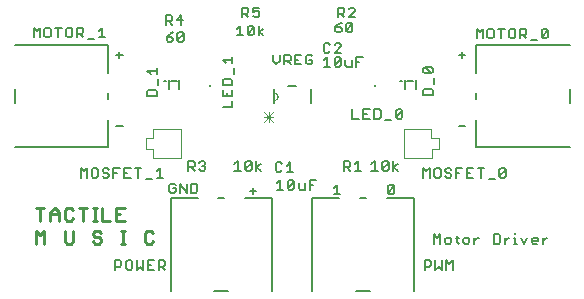
<source format=gto>
G75*
%MOIN*%
%OFA0B0*%
%FSLAX25Y25*%
%IPPOS*%
%LPD*%
%AMOC8*
5,1,8,0,0,1.08239X$1,22.5*
%
%ADD10C,0.00800*%
%ADD11C,0.01000*%
%ADD12R,0.00787X0.00787*%
%ADD13C,0.00500*%
%ADD14C,0.00197*%
%ADD15C,0.00600*%
%ADD16C,0.00000*%
%ADD17C,0.00300*%
D10*
X0035271Y0008893D02*
X0035271Y0012033D01*
X0036841Y0012033D01*
X0037364Y0011509D01*
X0037364Y0010463D01*
X0036841Y0009939D01*
X0035271Y0009939D01*
X0038896Y0009416D02*
X0039419Y0008893D01*
X0040466Y0008893D01*
X0040989Y0009416D01*
X0040989Y0011509D01*
X0040466Y0012033D01*
X0039419Y0012033D01*
X0038896Y0011509D01*
X0038896Y0009416D01*
X0042521Y0008893D02*
X0043568Y0009939D01*
X0044614Y0008893D01*
X0044614Y0012033D01*
X0046146Y0012033D02*
X0046146Y0008893D01*
X0048239Y0008893D01*
X0049771Y0008893D02*
X0049771Y0012033D01*
X0051341Y0012033D01*
X0051865Y0011509D01*
X0051865Y0010463D01*
X0051341Y0009939D01*
X0049771Y0009939D01*
X0050818Y0009939D02*
X0051865Y0008893D01*
X0047193Y0010463D02*
X0046146Y0010463D01*
X0046146Y0012033D02*
X0048239Y0012033D01*
X0042521Y0012033D02*
X0042521Y0008893D01*
X0053904Y0034483D02*
X0054951Y0034483D01*
X0055474Y0035007D01*
X0055474Y0036053D01*
X0054428Y0036053D01*
X0055474Y0037100D02*
X0054951Y0037623D01*
X0053904Y0037623D01*
X0053381Y0037100D01*
X0053381Y0035007D01*
X0053904Y0034483D01*
X0057006Y0034483D02*
X0057006Y0037623D01*
X0059099Y0034483D01*
X0059099Y0037623D01*
X0060631Y0037623D02*
X0062201Y0037623D01*
X0062724Y0037100D01*
X0062724Y0035007D01*
X0062201Y0034483D01*
X0060631Y0034483D01*
X0060631Y0037623D01*
X0059680Y0041964D02*
X0059680Y0045103D01*
X0061250Y0045103D01*
X0061773Y0044580D01*
X0061773Y0043534D01*
X0061250Y0043010D01*
X0059680Y0043010D01*
X0060727Y0043010D02*
X0061773Y0041964D01*
X0063305Y0042487D02*
X0063829Y0041964D01*
X0064875Y0041964D01*
X0065399Y0042487D01*
X0065399Y0043010D01*
X0064875Y0043534D01*
X0064352Y0043534D01*
X0064875Y0043534D02*
X0065399Y0044057D01*
X0065399Y0044580D01*
X0064875Y0045103D01*
X0063829Y0045103D01*
X0063305Y0044580D01*
X0075035Y0044057D02*
X0076081Y0045103D01*
X0076081Y0041964D01*
X0075035Y0041964D02*
X0077128Y0041964D01*
X0078660Y0042487D02*
X0080753Y0044580D01*
X0080753Y0042487D01*
X0080230Y0041964D01*
X0079183Y0041964D01*
X0078660Y0042487D01*
X0078660Y0044580D01*
X0079183Y0045103D01*
X0080230Y0045103D01*
X0080753Y0044580D01*
X0082285Y0045103D02*
X0082285Y0041964D01*
X0082285Y0043010D02*
X0083855Y0044057D01*
X0082285Y0043010D02*
X0083855Y0041964D01*
X0088814Y0042093D02*
X0089337Y0041570D01*
X0090384Y0041570D01*
X0090907Y0042093D01*
X0092439Y0041570D02*
X0094532Y0041570D01*
X0093486Y0041570D02*
X0093486Y0044710D01*
X0092439Y0043663D01*
X0090907Y0044186D02*
X0090384Y0044710D01*
X0089337Y0044710D01*
X0088814Y0044186D01*
X0088814Y0042093D01*
X0090254Y0038804D02*
X0090254Y0035665D01*
X0089208Y0035665D02*
X0091301Y0035665D01*
X0092833Y0036188D02*
X0094926Y0038281D01*
X0094926Y0036188D01*
X0094403Y0035665D01*
X0093356Y0035665D01*
X0092833Y0036188D01*
X0092833Y0038281D01*
X0093356Y0038804D01*
X0094403Y0038804D01*
X0094926Y0038281D01*
X0096458Y0037758D02*
X0096458Y0036188D01*
X0096981Y0035665D01*
X0098551Y0035665D01*
X0098551Y0037758D01*
X0100083Y0037234D02*
X0101130Y0037234D01*
X0100083Y0035665D02*
X0100083Y0038804D01*
X0102176Y0038804D01*
X0108106Y0036183D02*
X0109152Y0037229D01*
X0109152Y0034090D01*
X0108106Y0034090D02*
X0110199Y0034090D01*
X0111649Y0041964D02*
X0111649Y0045103D01*
X0113219Y0045103D01*
X0113742Y0044580D01*
X0113742Y0043534D01*
X0113219Y0043010D01*
X0111649Y0043010D01*
X0112695Y0043010D02*
X0113742Y0041964D01*
X0115274Y0041964D02*
X0117367Y0041964D01*
X0116321Y0041964D02*
X0116321Y0045103D01*
X0115274Y0044057D01*
X0120704Y0044057D02*
X0121750Y0045103D01*
X0121750Y0041964D01*
X0120704Y0041964D02*
X0122797Y0041964D01*
X0124329Y0042487D02*
X0126422Y0044580D01*
X0126422Y0042487D01*
X0125899Y0041964D01*
X0124852Y0041964D01*
X0124329Y0042487D01*
X0124329Y0044580D01*
X0124852Y0045103D01*
X0125899Y0045103D01*
X0126422Y0044580D01*
X0127954Y0045103D02*
X0127954Y0041964D01*
X0127954Y0043010D02*
X0129524Y0044057D01*
X0127954Y0043010D02*
X0129524Y0041964D01*
X0127786Y0037229D02*
X0128309Y0036706D01*
X0126216Y0034613D01*
X0126739Y0034090D01*
X0127786Y0034090D01*
X0128309Y0034613D01*
X0128309Y0036706D01*
X0127786Y0037229D02*
X0126739Y0037229D01*
X0126216Y0036706D01*
X0126216Y0034613D01*
X0138027Y0039602D02*
X0138027Y0042741D01*
X0139073Y0041695D01*
X0140120Y0042741D01*
X0140120Y0039602D01*
X0141652Y0040125D02*
X0142175Y0039602D01*
X0143222Y0039602D01*
X0143745Y0040125D01*
X0143745Y0042218D01*
X0143222Y0042741D01*
X0142175Y0042741D01*
X0141652Y0042218D01*
X0141652Y0040125D01*
X0145277Y0040125D02*
X0145800Y0039602D01*
X0146847Y0039602D01*
X0147370Y0040125D01*
X0147370Y0040648D01*
X0146847Y0041171D01*
X0145800Y0041171D01*
X0145277Y0041695D01*
X0145277Y0042218D01*
X0145800Y0042741D01*
X0146847Y0042741D01*
X0147370Y0042218D01*
X0148902Y0042741D02*
X0150995Y0042741D01*
X0152527Y0042741D02*
X0152527Y0039602D01*
X0154620Y0039602D01*
X0153574Y0041171D02*
X0152527Y0041171D01*
X0149949Y0041171D02*
X0148902Y0041171D01*
X0148902Y0039602D02*
X0148902Y0042741D01*
X0152527Y0042741D02*
X0154620Y0042741D01*
X0156152Y0042741D02*
X0158246Y0042741D01*
X0157199Y0042741D02*
X0157199Y0039602D01*
X0159778Y0039078D02*
X0161871Y0039078D01*
X0163403Y0040125D02*
X0165496Y0042218D01*
X0165496Y0040125D01*
X0164973Y0039602D01*
X0163926Y0039602D01*
X0163403Y0040125D01*
X0163403Y0042218D01*
X0163926Y0042741D01*
X0164973Y0042741D01*
X0165496Y0042218D01*
X0151931Y0056919D02*
X0149838Y0056919D01*
X0141164Y0067161D02*
X0138024Y0067161D01*
X0138024Y0068730D01*
X0138547Y0069254D01*
X0140641Y0069254D01*
X0141164Y0068730D01*
X0141164Y0067161D01*
X0141687Y0070786D02*
X0141687Y0072879D01*
X0140641Y0074411D02*
X0138547Y0074411D01*
X0138024Y0074934D01*
X0138024Y0075981D01*
X0138547Y0076504D01*
X0140641Y0074411D01*
X0141164Y0074934D01*
X0141164Y0075981D01*
X0140641Y0076504D01*
X0138547Y0076504D01*
X0149838Y0080541D02*
X0151931Y0080541D01*
X0150884Y0079495D02*
X0150884Y0081588D01*
X0155743Y0086058D02*
X0155743Y0089198D01*
X0156790Y0088151D01*
X0157836Y0089198D01*
X0157836Y0086058D01*
X0159368Y0086582D02*
X0159892Y0086058D01*
X0160938Y0086058D01*
X0161462Y0086582D01*
X0161462Y0088675D01*
X0160938Y0089198D01*
X0159892Y0089198D01*
X0159368Y0088675D01*
X0159368Y0086582D01*
X0164040Y0086058D02*
X0164040Y0089198D01*
X0162994Y0089198D02*
X0165087Y0089198D01*
X0166619Y0088675D02*
X0166619Y0086582D01*
X0167142Y0086058D01*
X0168189Y0086058D01*
X0168712Y0086582D01*
X0168712Y0088675D01*
X0168189Y0089198D01*
X0167142Y0089198D01*
X0166619Y0088675D01*
X0170244Y0089198D02*
X0170244Y0086058D01*
X0170244Y0087105D02*
X0171814Y0087105D01*
X0172337Y0087628D01*
X0172337Y0088675D01*
X0171814Y0089198D01*
X0170244Y0089198D01*
X0171290Y0087105D02*
X0172337Y0086058D01*
X0173869Y0085535D02*
X0175962Y0085535D01*
X0177494Y0086582D02*
X0179587Y0088675D01*
X0179587Y0086582D01*
X0179064Y0086058D01*
X0178017Y0086058D01*
X0177494Y0086582D01*
X0177494Y0088675D01*
X0178017Y0089198D01*
X0179064Y0089198D01*
X0179587Y0088675D01*
X0130998Y0061903D02*
X0128905Y0059810D01*
X0129429Y0059287D01*
X0130475Y0059287D01*
X0130998Y0059810D01*
X0130998Y0061903D01*
X0130475Y0062426D01*
X0129429Y0062426D01*
X0128905Y0061903D01*
X0128905Y0059810D01*
X0127373Y0058763D02*
X0125280Y0058763D01*
X0123748Y0059810D02*
X0123748Y0061903D01*
X0123225Y0062426D01*
X0121655Y0062426D01*
X0121655Y0059287D01*
X0123225Y0059287D01*
X0123748Y0059810D01*
X0120123Y0059287D02*
X0118030Y0059287D01*
X0118030Y0062426D01*
X0120123Y0062426D01*
X0119076Y0060856D02*
X0118030Y0060856D01*
X0116498Y0059287D02*
X0114405Y0059287D01*
X0114405Y0062426D01*
X0114162Y0076609D02*
X0112592Y0076609D01*
X0112068Y0077133D01*
X0112068Y0078703D01*
X0110536Y0079226D02*
X0110013Y0079749D01*
X0108967Y0079749D01*
X0108443Y0079226D01*
X0108443Y0077133D01*
X0110536Y0079226D01*
X0110536Y0077133D01*
X0110013Y0076609D01*
X0108967Y0076609D01*
X0108443Y0077133D01*
X0106911Y0076609D02*
X0104818Y0076609D01*
X0105865Y0076609D02*
X0105865Y0079749D01*
X0104818Y0078703D01*
X0105341Y0081334D02*
X0106388Y0081334D01*
X0106911Y0081857D01*
X0108443Y0081334D02*
X0110536Y0083427D01*
X0110536Y0083950D01*
X0110013Y0084474D01*
X0108967Y0084474D01*
X0108443Y0083950D01*
X0106911Y0083950D02*
X0106388Y0084474D01*
X0105341Y0084474D01*
X0104818Y0083950D01*
X0104818Y0081857D01*
X0105341Y0081334D01*
X0108443Y0081334D02*
X0110536Y0081334D01*
X0114162Y0078703D02*
X0114162Y0076609D01*
X0115694Y0076609D02*
X0115694Y0079749D01*
X0117787Y0079749D01*
X0116740Y0078179D02*
X0115694Y0078179D01*
X0100995Y0077920D02*
X0100995Y0078967D01*
X0099949Y0078967D01*
X0100995Y0080013D02*
X0100472Y0080537D01*
X0099425Y0080537D01*
X0098902Y0080013D01*
X0098902Y0077920D01*
X0099425Y0077397D01*
X0100472Y0077397D01*
X0100995Y0077920D01*
X0097370Y0077397D02*
X0095277Y0077397D01*
X0095277Y0080537D01*
X0097370Y0080537D01*
X0096324Y0078967D02*
X0095277Y0078967D01*
X0093745Y0078967D02*
X0093745Y0080013D01*
X0093222Y0080537D01*
X0091652Y0080537D01*
X0091652Y0077397D01*
X0091652Y0078443D02*
X0093222Y0078443D01*
X0093745Y0078967D01*
X0092698Y0078443D02*
X0093745Y0077397D01*
X0090120Y0078443D02*
X0089073Y0077397D01*
X0088027Y0078443D01*
X0088027Y0080537D01*
X0090120Y0080537D02*
X0090120Y0078443D01*
X0084686Y0087082D02*
X0083116Y0088128D01*
X0084686Y0089175D01*
X0083116Y0090222D02*
X0083116Y0087082D01*
X0081584Y0087605D02*
X0081061Y0087082D01*
X0080014Y0087082D01*
X0079491Y0087605D01*
X0081584Y0089698D01*
X0081584Y0087605D01*
X0079491Y0087605D02*
X0079491Y0089698D01*
X0080014Y0090222D01*
X0081061Y0090222D01*
X0081584Y0089698D01*
X0077959Y0087082D02*
X0075866Y0087082D01*
X0076912Y0087082D02*
X0076912Y0090222D01*
X0075866Y0089175D01*
X0077627Y0093145D02*
X0077627Y0096285D01*
X0079197Y0096285D01*
X0079720Y0095761D01*
X0079720Y0094715D01*
X0079197Y0094191D01*
X0077627Y0094191D01*
X0078673Y0094191D02*
X0079720Y0093145D01*
X0081252Y0093668D02*
X0081775Y0093145D01*
X0082822Y0093145D01*
X0083345Y0093668D01*
X0083345Y0094715D01*
X0082822Y0095238D01*
X0082299Y0095238D01*
X0081252Y0094715D01*
X0081252Y0096285D01*
X0083345Y0096285D01*
X0108690Y0089695D02*
X0108690Y0088648D01*
X0109213Y0088125D01*
X0110260Y0088125D01*
X0110783Y0088648D01*
X0110783Y0089172D01*
X0110260Y0089695D01*
X0108690Y0089695D01*
X0109736Y0090742D01*
X0110783Y0091265D01*
X0112315Y0090742D02*
X0112838Y0091265D01*
X0113885Y0091265D01*
X0114408Y0090742D01*
X0112315Y0088648D01*
X0112838Y0088125D01*
X0113885Y0088125D01*
X0114408Y0088648D01*
X0114408Y0090742D01*
X0112315Y0090742D02*
X0112315Y0088648D01*
X0111610Y0093145D02*
X0110563Y0094191D01*
X0111086Y0094191D02*
X0109517Y0094191D01*
X0109517Y0093145D02*
X0109517Y0096285D01*
X0111086Y0096285D01*
X0111610Y0095761D01*
X0111610Y0094715D01*
X0111086Y0094191D01*
X0113142Y0093145D02*
X0115235Y0095238D01*
X0115235Y0095761D01*
X0114712Y0096285D01*
X0113665Y0096285D01*
X0113142Y0095761D01*
X0113142Y0093145D02*
X0115235Y0093145D01*
X0074235Y0079817D02*
X0074235Y0077724D01*
X0074235Y0078771D02*
X0071095Y0078771D01*
X0072142Y0077724D01*
X0074758Y0076192D02*
X0074758Y0074099D01*
X0073711Y0072567D02*
X0071618Y0072567D01*
X0071095Y0072044D01*
X0071095Y0070474D01*
X0074235Y0070474D01*
X0074235Y0072044D01*
X0073711Y0072567D01*
X0074235Y0068942D02*
X0074235Y0066849D01*
X0071095Y0066849D01*
X0071095Y0068942D01*
X0072665Y0067895D02*
X0072665Y0066849D01*
X0074235Y0065317D02*
X0074235Y0063224D01*
X0071095Y0063224D01*
X0049176Y0066787D02*
X0049176Y0068356D01*
X0048652Y0068880D01*
X0046559Y0068880D01*
X0046036Y0068356D01*
X0046036Y0066787D01*
X0049176Y0066787D01*
X0049699Y0070412D02*
X0049699Y0072505D01*
X0049176Y0074037D02*
X0049176Y0076130D01*
X0049176Y0075083D02*
X0046036Y0075083D01*
X0047082Y0074037D01*
X0036711Y0079495D02*
X0036711Y0081588D01*
X0035665Y0080541D02*
X0037758Y0080541D01*
X0031949Y0086452D02*
X0029856Y0086452D01*
X0030903Y0086452D02*
X0030903Y0089592D01*
X0029856Y0088545D01*
X0028324Y0085929D02*
X0026231Y0085929D01*
X0024699Y0086452D02*
X0023653Y0087499D01*
X0024176Y0087499D02*
X0022606Y0087499D01*
X0022606Y0086452D02*
X0022606Y0089592D01*
X0024176Y0089592D01*
X0024699Y0089068D01*
X0024699Y0088022D01*
X0024176Y0087499D01*
X0021074Y0086975D02*
X0021074Y0089068D01*
X0020551Y0089592D01*
X0019504Y0089592D01*
X0018981Y0089068D01*
X0018981Y0086975D01*
X0019504Y0086452D01*
X0020551Y0086452D01*
X0021074Y0086975D01*
X0017449Y0089592D02*
X0015356Y0089592D01*
X0016402Y0089592D02*
X0016402Y0086452D01*
X0013824Y0086975D02*
X0013824Y0089068D01*
X0013300Y0089592D01*
X0012254Y0089592D01*
X0011731Y0089068D01*
X0011731Y0086975D01*
X0012254Y0086452D01*
X0013300Y0086452D01*
X0013824Y0086975D01*
X0010199Y0086452D02*
X0010199Y0089592D01*
X0009152Y0088545D01*
X0008106Y0089592D01*
X0008106Y0086452D01*
X0052194Y0090645D02*
X0052194Y0093785D01*
X0053764Y0093785D01*
X0054287Y0093261D01*
X0054287Y0092215D01*
X0053764Y0091691D01*
X0052194Y0091691D01*
X0053240Y0091691D02*
X0054287Y0090645D01*
X0055819Y0092215D02*
X0057912Y0092215D01*
X0057389Y0093785D02*
X0055819Y0092215D01*
X0057389Y0090645D02*
X0057389Y0093785D01*
X0057625Y0088017D02*
X0056578Y0088017D01*
X0056055Y0087494D01*
X0056055Y0085400D01*
X0058148Y0087494D01*
X0058148Y0085400D01*
X0057625Y0084877D01*
X0056578Y0084877D01*
X0056055Y0085400D01*
X0054523Y0085400D02*
X0054523Y0085924D01*
X0054000Y0086447D01*
X0052430Y0086447D01*
X0052430Y0085400D01*
X0052953Y0084877D01*
X0054000Y0084877D01*
X0054523Y0085400D01*
X0053477Y0087494D02*
X0052430Y0086447D01*
X0053477Y0087494D02*
X0054523Y0088017D01*
X0057625Y0088017D02*
X0058148Y0087494D01*
X0037758Y0056919D02*
X0035665Y0056919D01*
X0034729Y0042741D02*
X0036822Y0042741D01*
X0038354Y0042741D02*
X0038354Y0039602D01*
X0040447Y0039602D01*
X0039401Y0041171D02*
X0038354Y0041171D01*
X0038354Y0042741D02*
X0040447Y0042741D01*
X0041979Y0042741D02*
X0044072Y0042741D01*
X0043026Y0042741D02*
X0043026Y0039602D01*
X0045604Y0039078D02*
X0047697Y0039078D01*
X0049229Y0039602D02*
X0051323Y0039602D01*
X0050276Y0039602D02*
X0050276Y0042741D01*
X0049229Y0041695D01*
X0035776Y0041171D02*
X0034729Y0041171D01*
X0034729Y0039602D02*
X0034729Y0042741D01*
X0033197Y0042218D02*
X0032674Y0042741D01*
X0031627Y0042741D01*
X0031104Y0042218D01*
X0031104Y0041695D01*
X0031627Y0041171D01*
X0032674Y0041171D01*
X0033197Y0040648D01*
X0033197Y0040125D01*
X0032674Y0039602D01*
X0031627Y0039602D01*
X0031104Y0040125D01*
X0029572Y0040125D02*
X0029572Y0042218D01*
X0029049Y0042741D01*
X0028002Y0042741D01*
X0027479Y0042218D01*
X0027479Y0040125D01*
X0028002Y0039602D01*
X0029049Y0039602D01*
X0029572Y0040125D01*
X0025947Y0039602D02*
X0025947Y0042741D01*
X0024900Y0041695D01*
X0023854Y0042741D01*
X0023854Y0039602D01*
X0080153Y0035266D02*
X0082246Y0035266D01*
X0081199Y0036312D02*
X0081199Y0034219D01*
X0089208Y0037758D02*
X0090254Y0038804D01*
X0138420Y0012033D02*
X0139990Y0012033D01*
X0140514Y0011509D01*
X0140514Y0010463D01*
X0139990Y0009939D01*
X0138420Y0009939D01*
X0138420Y0008893D02*
X0138420Y0012033D01*
X0142046Y0012033D02*
X0142046Y0008893D01*
X0143092Y0009939D01*
X0144139Y0008893D01*
X0144139Y0012033D01*
X0145671Y0012033D02*
X0146717Y0010986D01*
X0147764Y0012033D01*
X0147764Y0008893D01*
X0145671Y0008893D02*
X0145671Y0012033D01*
X0145718Y0017554D02*
X0145195Y0018078D01*
X0145195Y0019124D01*
X0145718Y0019647D01*
X0146765Y0019647D01*
X0147288Y0019124D01*
X0147288Y0018078D01*
X0146765Y0017554D01*
X0145718Y0017554D01*
X0143663Y0017554D02*
X0143663Y0020694D01*
X0142617Y0019647D01*
X0141570Y0020694D01*
X0141570Y0017554D01*
X0148820Y0019647D02*
X0149867Y0019647D01*
X0149344Y0020171D02*
X0149344Y0018078D01*
X0149867Y0017554D01*
X0151237Y0018078D02*
X0151760Y0017554D01*
X0152807Y0017554D01*
X0153330Y0018078D01*
X0153330Y0019124D01*
X0152807Y0019647D01*
X0151760Y0019647D01*
X0151237Y0019124D01*
X0151237Y0018078D01*
X0154862Y0018601D02*
X0155909Y0019647D01*
X0156432Y0019647D01*
X0154862Y0019647D02*
X0154862Y0017554D01*
X0161508Y0017554D02*
X0161508Y0020694D01*
X0163078Y0020694D01*
X0163601Y0020171D01*
X0163601Y0018078D01*
X0163078Y0017554D01*
X0161508Y0017554D01*
X0165133Y0017554D02*
X0165133Y0019647D01*
X0165133Y0018601D02*
X0166180Y0019647D01*
X0166703Y0019647D01*
X0168154Y0019647D02*
X0168678Y0019647D01*
X0168678Y0017554D01*
X0169201Y0017554D02*
X0168154Y0017554D01*
X0170571Y0019647D02*
X0171618Y0017554D01*
X0172664Y0019647D01*
X0174196Y0019124D02*
X0174196Y0018078D01*
X0174720Y0017554D01*
X0175766Y0017554D01*
X0176289Y0018601D02*
X0174196Y0018601D01*
X0174196Y0019124D02*
X0174720Y0019647D01*
X0175766Y0019647D01*
X0176289Y0019124D01*
X0176289Y0018601D01*
X0177821Y0018601D02*
X0178868Y0019647D01*
X0179391Y0019647D01*
X0177821Y0019647D02*
X0177821Y0017554D01*
X0168678Y0020694D02*
X0168678Y0021217D01*
D11*
X0008993Y0021776D02*
X0008993Y0017654D01*
X0011741Y0017654D02*
X0011741Y0021776D01*
X0010367Y0020402D01*
X0008993Y0021776D01*
X0010367Y0025331D02*
X0010367Y0029453D01*
X0008993Y0029453D02*
X0011741Y0029453D01*
X0013706Y0028079D02*
X0015079Y0029453D01*
X0016453Y0028079D01*
X0016453Y0025331D01*
X0018418Y0026018D02*
X0019105Y0025331D01*
X0020479Y0025331D01*
X0021166Y0026018D01*
X0024505Y0025331D02*
X0024505Y0029453D01*
X0023131Y0029453D02*
X0025879Y0029453D01*
X0027844Y0029453D02*
X0029218Y0029453D01*
X0028531Y0029453D02*
X0028531Y0025331D01*
X0027844Y0025331D02*
X0029218Y0025331D01*
X0030985Y0025331D02*
X0033733Y0025331D01*
X0035698Y0025331D02*
X0038446Y0025331D01*
X0037072Y0027392D02*
X0035698Y0027392D01*
X0035698Y0029453D02*
X0035698Y0025331D01*
X0030985Y0025331D02*
X0030985Y0029453D01*
X0035698Y0029453D02*
X0038446Y0029453D01*
X0038643Y0021776D02*
X0037269Y0021776D01*
X0037956Y0021776D02*
X0037956Y0017654D01*
X0037269Y0017654D02*
X0038643Y0017654D01*
X0045123Y0018341D02*
X0045123Y0021089D01*
X0045810Y0021776D01*
X0047184Y0021776D01*
X0047871Y0021089D01*
X0047871Y0018341D02*
X0047184Y0017654D01*
X0045810Y0017654D01*
X0045123Y0018341D01*
X0030591Y0018341D02*
X0029904Y0017654D01*
X0028531Y0017654D01*
X0027844Y0018341D01*
X0028531Y0019715D02*
X0029904Y0019715D01*
X0030591Y0019028D01*
X0030591Y0018341D01*
X0028531Y0019715D02*
X0027844Y0020402D01*
X0027844Y0021089D01*
X0028531Y0021776D01*
X0029904Y0021776D01*
X0030591Y0021089D01*
X0021166Y0021776D02*
X0021166Y0018341D01*
X0020479Y0017654D01*
X0019105Y0017654D01*
X0018418Y0018341D01*
X0018418Y0021776D01*
X0013706Y0025331D02*
X0013706Y0028079D01*
X0013706Y0027392D02*
X0016453Y0027392D01*
X0018418Y0028766D02*
X0018418Y0026018D01*
X0018418Y0028766D02*
X0019105Y0029453D01*
X0020479Y0029453D01*
X0021166Y0028766D01*
D12*
X0066761Y0070304D03*
X0121879Y0070304D03*
D13*
X0130343Y0071682D02*
X0130934Y0071682D01*
X0131918Y0072272D02*
X0131918Y0069123D01*
X0132706Y0071682D02*
X0134674Y0071682D01*
X0135461Y0072272D02*
X0135461Y0069123D01*
X0155737Y0067745D02*
X0155737Y0065776D01*
X0155737Y0058887D02*
X0155737Y0049831D01*
X0186839Y0049831D01*
X0186839Y0064398D02*
X0186839Y0069123D01*
X0186839Y0083690D02*
X0155737Y0083690D01*
X0155737Y0074635D01*
X0134871Y0032902D02*
X0125816Y0032902D01*
X0118926Y0032902D02*
X0116957Y0032902D01*
X0110068Y0032902D02*
X0101013Y0032902D01*
X0101013Y0001800D01*
X0087627Y0001800D02*
X0087627Y0032902D01*
X0078572Y0032902D01*
X0071682Y0032902D02*
X0069713Y0032902D01*
X0062824Y0032902D02*
X0053769Y0032902D01*
X0053769Y0001800D01*
X0068335Y0001800D02*
X0073060Y0001800D01*
X0115580Y0001800D02*
X0120304Y0001800D01*
X0134871Y0001800D02*
X0134871Y0032902D01*
X0056721Y0069123D02*
X0056721Y0072272D01*
X0055934Y0071682D02*
X0053965Y0071682D01*
X0053178Y0072272D02*
X0053178Y0069123D01*
X0052194Y0071682D02*
X0051603Y0071682D01*
X0032902Y0074635D02*
X0032902Y0083690D01*
X0001800Y0083690D01*
X0001800Y0069123D02*
X0001800Y0064398D01*
X0001800Y0049831D02*
X0032902Y0049831D01*
X0032902Y0058887D01*
X0032902Y0065776D02*
X0032902Y0067745D01*
D14*
X0047863Y0055934D02*
X0047863Y0052981D01*
X0045501Y0052981D01*
X0045501Y0049044D01*
X0048060Y0049044D01*
X0048060Y0046091D01*
X0057115Y0046091D01*
X0057115Y0055934D01*
X0047863Y0055934D01*
X0131524Y0055934D02*
X0131524Y0046091D01*
X0140776Y0046091D01*
X0140776Y0049044D01*
X0143139Y0049044D01*
X0143139Y0052981D01*
X0140580Y0052981D01*
X0140580Y0055934D01*
X0131524Y0055934D01*
D15*
X0100420Y0064361D02*
X0100420Y0069161D01*
X0095620Y0070261D02*
X0093020Y0070261D01*
X0088220Y0069161D02*
X0088220Y0067961D01*
X0088220Y0065561D01*
X0088220Y0064361D01*
D16*
X0088220Y0065561D02*
X0088289Y0065563D01*
X0088357Y0065569D01*
X0088425Y0065579D01*
X0088492Y0065592D01*
X0088558Y0065610D01*
X0088623Y0065631D01*
X0088687Y0065656D01*
X0088749Y0065684D01*
X0088810Y0065716D01*
X0088869Y0065751D01*
X0088925Y0065790D01*
X0088980Y0065832D01*
X0089031Y0065877D01*
X0089081Y0065925D01*
X0089127Y0065975D01*
X0089170Y0066028D01*
X0089211Y0066084D01*
X0089248Y0066141D01*
X0089281Y0066201D01*
X0089312Y0066263D01*
X0089338Y0066326D01*
X0089361Y0066390D01*
X0089381Y0066456D01*
X0089396Y0066523D01*
X0089408Y0066590D01*
X0089416Y0066658D01*
X0089420Y0066727D01*
X0089420Y0066795D01*
X0089416Y0066864D01*
X0089408Y0066932D01*
X0089396Y0066999D01*
X0089381Y0067066D01*
X0089361Y0067132D01*
X0089338Y0067196D01*
X0089312Y0067259D01*
X0089281Y0067321D01*
X0089248Y0067381D01*
X0089211Y0067438D01*
X0089170Y0067494D01*
X0089127Y0067547D01*
X0089081Y0067597D01*
X0089031Y0067645D01*
X0088980Y0067690D01*
X0088925Y0067732D01*
X0088869Y0067771D01*
X0088810Y0067806D01*
X0088749Y0067838D01*
X0088687Y0067866D01*
X0088623Y0067891D01*
X0088558Y0067912D01*
X0088492Y0067930D01*
X0088425Y0067943D01*
X0088357Y0067953D01*
X0088289Y0067959D01*
X0088220Y0067961D01*
D17*
X0087986Y0061347D02*
X0084850Y0058211D01*
X0086418Y0058211D02*
X0086418Y0061347D01*
X0084850Y0061347D02*
X0087986Y0058211D01*
X0087986Y0059779D02*
X0084850Y0059779D01*
M02*

</source>
